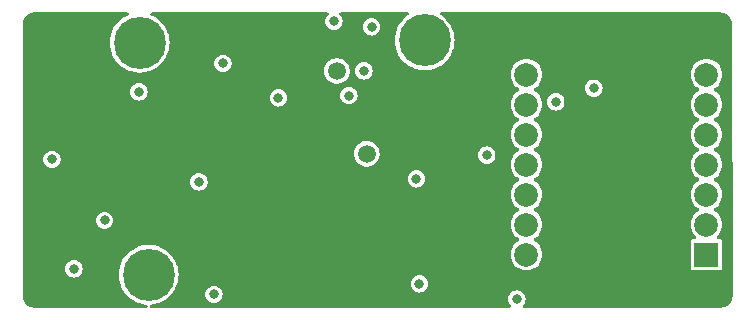
<source format=gbr>
%TF.GenerationSoftware,KiCad,Pcbnew,7.0.9*%
%TF.CreationDate,2024-04-30T03:57:03-04:00*%
%TF.ProjectId,5.2_5V,352e325f-3556-42e6-9b69-6361645f7063,rev?*%
%TF.SameCoordinates,Original*%
%TF.FileFunction,Copper,L3,Inr*%
%TF.FilePolarity,Positive*%
%FSLAX46Y46*%
G04 Gerber Fmt 4.6, Leading zero omitted, Abs format (unit mm)*
G04 Created by KiCad (PCBNEW 7.0.9) date 2024-04-30 03:57:03*
%MOMM*%
%LPD*%
G01*
G04 APERTURE LIST*
%TA.AperFunction,ComponentPad*%
%ADD10R,2.000000X2.000000*%
%TD*%
%TA.AperFunction,ComponentPad*%
%ADD11C,2.000000*%
%TD*%
%TA.AperFunction,ComponentPad*%
%ADD12C,4.400000*%
%TD*%
%TA.AperFunction,ViaPad*%
%ADD13C,0.800000*%
%TD*%
%TA.AperFunction,ViaPad*%
%ADD14C,1.500000*%
%TD*%
G04 APERTURE END LIST*
D10*
%TO.N,GND*%
%TO.C,U3*%
X183432500Y-52380000D03*
D11*
X183432500Y-49840000D03*
%TO.N,DRDY*%
X183432500Y-47300000D03*
%TO.N,CS*%
X183432500Y-44760000D03*
%TO.N,Net-(U3-PA8_A4_D4_SDA)*%
X183432500Y-42220000D03*
X183432500Y-39680000D03*
X183432500Y-37140000D03*
X168192500Y-37140000D03*
%TO.N,SCLK*%
X168192500Y-39680000D03*
%TO.N,DOUT*%
X168192500Y-42220000D03*
%TO.N,DIN*%
X168192500Y-44760000D03*
%TO.N,3V3*%
X168192500Y-47300000D03*
%TO.N,GND*%
X168192500Y-49840000D03*
%TO.N,Net-(D1-K)*%
X168192500Y-52380000D03*
%TD*%
D12*
%TO.N,N/C*%
%TO.C,H3*%
X159562800Y-34239200D03*
%TD*%
%TO.N,N/C*%
%TO.C,H2*%
X136194800Y-54102000D03*
%TD*%
%TO.N,N/C*%
%TO.C,H1*%
X135432800Y-34442400D03*
%TD*%
D13*
%TO.N,GND*%
X142494000Y-36195000D03*
%TO.N,5V*%
X128397000Y-45720000D03*
X174950000Y-53425000D03*
X147955000Y-49149000D03*
X156591000Y-50800000D03*
X136906000Y-45974000D03*
X156591000Y-51816000D03*
X156591000Y-52959000D03*
X133975000Y-49900000D03*
%TO.N,GND*%
X128016000Y-44323000D03*
X158877000Y-45974000D03*
X153150000Y-38925000D03*
X140462000Y-46228000D03*
X141732000Y-55753000D03*
X155075000Y-33100000D03*
X129875000Y-53594000D03*
X159131000Y-54864000D03*
X135382000Y-38608000D03*
X147193000Y-39116000D03*
X132470000Y-49493844D03*
X167375000Y-56150000D03*
X151892000Y-32639000D03*
X154425000Y-36825000D03*
X164829819Y-43958181D03*
D14*
%TO.N,Net-(PS2-+VIN_(VCC))*%
X154675700Y-43850700D03*
X152146000Y-36830000D03*
D13*
%TO.N,Net-(U3-PA8_A4_D4_SDA)*%
X170675000Y-39450000D03*
X173900000Y-38300000D03*
%TD*%
%TA.AperFunction,Conductor*%
%TO.N,5V*%
G36*
X134453973Y-31897185D02*
G01*
X134499728Y-31949989D01*
X134509672Y-32019147D01*
X134480647Y-32082703D01*
X134432581Y-32116792D01*
X134353243Y-32148203D01*
X134353242Y-32148204D01*
X134074210Y-32301604D01*
X134074198Y-32301611D01*
X133816618Y-32488754D01*
X133816608Y-32488762D01*
X133584499Y-32706727D01*
X133381531Y-32952073D01*
X133210923Y-33220909D01*
X133210920Y-33220915D01*
X133075351Y-33509012D01*
X133075349Y-33509017D01*
X132976955Y-33811841D01*
X132917289Y-34124620D01*
X132917288Y-34124627D01*
X132897297Y-34442394D01*
X132897297Y-34442405D01*
X132917288Y-34760172D01*
X132917289Y-34760179D01*
X132976955Y-35072958D01*
X133075349Y-35375782D01*
X133075351Y-35375787D01*
X133210920Y-35663884D01*
X133210923Y-35663890D01*
X133381531Y-35932726D01*
X133381534Y-35932730D01*
X133381535Y-35932731D01*
X133533881Y-36116886D01*
X133584499Y-36178072D01*
X133602529Y-36195003D01*
X133799517Y-36379988D01*
X133816608Y-36396037D01*
X133816618Y-36396045D01*
X134074198Y-36583188D01*
X134074203Y-36583190D01*
X134074210Y-36583196D01*
X134353235Y-36736592D01*
X134353240Y-36736594D01*
X134353242Y-36736595D01*
X134353243Y-36736596D01*
X134649282Y-36853806D01*
X134649285Y-36853807D01*
X134752088Y-36880202D01*
X134957694Y-36932992D01*
X135112380Y-36952533D01*
X135273584Y-36972899D01*
X135273590Y-36972899D01*
X135273594Y-36972900D01*
X135273596Y-36972900D01*
X135592004Y-36972900D01*
X135592006Y-36972900D01*
X135592011Y-36972899D01*
X135592015Y-36972899D01*
X135675876Y-36962304D01*
X135907906Y-36932992D01*
X136216314Y-36853807D01*
X136276444Y-36830000D01*
X136512356Y-36736596D01*
X136512357Y-36736595D01*
X136512355Y-36736595D01*
X136512365Y-36736592D01*
X136791390Y-36583196D01*
X137048990Y-36396039D01*
X137263071Y-36195003D01*
X141758878Y-36195003D01*
X141777307Y-36358574D01*
X141831676Y-36513953D01*
X141831677Y-36513955D01*
X141831678Y-36513957D01*
X141919258Y-36653341D01*
X142035659Y-36769742D01*
X142175043Y-36857322D01*
X142330420Y-36911691D01*
X142330423Y-36911691D01*
X142330425Y-36911692D01*
X142493996Y-36930122D01*
X142494000Y-36930122D01*
X142494004Y-36930122D01*
X142657574Y-36911692D01*
X142657575Y-36911691D01*
X142657580Y-36911691D01*
X142812957Y-36857322D01*
X142856440Y-36830000D01*
X151060871Y-36830000D01*
X151079346Y-37029391D01*
X151079347Y-37029393D01*
X151134145Y-37221989D01*
X151134151Y-37222004D01*
X151223401Y-37401241D01*
X151223406Y-37401249D01*
X151344081Y-37561049D01*
X151428138Y-37637676D01*
X151492064Y-37695952D01*
X151662316Y-37801368D01*
X151849040Y-37873705D01*
X152045877Y-37910500D01*
X152045879Y-37910500D01*
X152246121Y-37910500D01*
X152246123Y-37910500D01*
X152442960Y-37873705D01*
X152629684Y-37801368D01*
X152799936Y-37695952D01*
X152947920Y-37561047D01*
X153068595Y-37401247D01*
X153157853Y-37221994D01*
X153212653Y-37029392D01*
X153231129Y-36830000D01*
X153230666Y-36825003D01*
X153689878Y-36825003D01*
X153708307Y-36988574D01*
X153762676Y-37143953D01*
X153762677Y-37143955D01*
X153762678Y-37143957D01*
X153850258Y-37283341D01*
X153966659Y-37399742D01*
X154106043Y-37487322D01*
X154261420Y-37541691D01*
X154261423Y-37541691D01*
X154261425Y-37541692D01*
X154424996Y-37560122D01*
X154425000Y-37560122D01*
X154425004Y-37560122D01*
X154588574Y-37541692D01*
X154588575Y-37541691D01*
X154588580Y-37541691D01*
X154743957Y-37487322D01*
X154883341Y-37399742D01*
X154999742Y-37283341D01*
X155087322Y-37143957D01*
X155141691Y-36988580D01*
X155143458Y-36972899D01*
X155160122Y-36825003D01*
X155160122Y-36824996D01*
X155141692Y-36661425D01*
X155141691Y-36661423D01*
X155141691Y-36661420D01*
X155087322Y-36506043D01*
X154999742Y-36366659D01*
X154883341Y-36250258D01*
X154743957Y-36162678D01*
X154743956Y-36162677D01*
X154743955Y-36162677D01*
X154743953Y-36162676D01*
X154588574Y-36108307D01*
X154425004Y-36089878D01*
X154424996Y-36089878D01*
X154261425Y-36108307D01*
X154106046Y-36162676D01*
X154106044Y-36162677D01*
X153966658Y-36250258D01*
X153850258Y-36366658D01*
X153762677Y-36506044D01*
X153762676Y-36506046D01*
X153708307Y-36661425D01*
X153689878Y-36824996D01*
X153689878Y-36825003D01*
X153230666Y-36825003D01*
X153225541Y-36769700D01*
X153212653Y-36630608D01*
X153212652Y-36630606D01*
X153199162Y-36583195D01*
X153157853Y-36438006D01*
X153136955Y-36396037D01*
X153068598Y-36258758D01*
X153068593Y-36258750D01*
X152947918Y-36098950D01*
X152799937Y-35964049D01*
X152799936Y-35964048D01*
X152735101Y-35923903D01*
X152629685Y-35858632D01*
X152629683Y-35858631D01*
X152489741Y-35804418D01*
X152442960Y-35786295D01*
X152246123Y-35749500D01*
X152045877Y-35749500D01*
X151849040Y-35786295D01*
X151849037Y-35786295D01*
X151849037Y-35786296D01*
X151662316Y-35858631D01*
X151662314Y-35858632D01*
X151492062Y-35964049D01*
X151344081Y-36098950D01*
X151223406Y-36258750D01*
X151223401Y-36258758D01*
X151134151Y-36437995D01*
X151134145Y-36438010D01*
X151079347Y-36630606D01*
X151079346Y-36630608D01*
X151060871Y-36829999D01*
X151060871Y-36830000D01*
X142856440Y-36830000D01*
X142952341Y-36769742D01*
X143068742Y-36653341D01*
X143156322Y-36513957D01*
X143210691Y-36358580D01*
X143219375Y-36281508D01*
X143229122Y-36195003D01*
X143229122Y-36194996D01*
X143210692Y-36031425D01*
X143210691Y-36031423D01*
X143210691Y-36031420D01*
X143156322Y-35876043D01*
X143068742Y-35736659D01*
X142952341Y-35620258D01*
X142812957Y-35532678D01*
X142812956Y-35532677D01*
X142812955Y-35532677D01*
X142812953Y-35532676D01*
X142657574Y-35478307D01*
X142494004Y-35459878D01*
X142493996Y-35459878D01*
X142330425Y-35478307D01*
X142175046Y-35532676D01*
X142175044Y-35532677D01*
X142035658Y-35620258D01*
X141919258Y-35736658D01*
X141831677Y-35876044D01*
X141831676Y-35876046D01*
X141777307Y-36031425D01*
X141758878Y-36194996D01*
X141758878Y-36195003D01*
X137263071Y-36195003D01*
X137281102Y-36178071D01*
X137484065Y-35932731D01*
X137654678Y-35663888D01*
X137790251Y-35375781D01*
X137888646Y-35072954D01*
X137948310Y-34760183D01*
X137961094Y-34556983D01*
X137968303Y-34442405D01*
X137968303Y-34442394D01*
X137948311Y-34124627D01*
X137948310Y-34124620D01*
X137948310Y-34124617D01*
X137888646Y-33811846D01*
X137790251Y-33509019D01*
X137654678Y-33220912D01*
X137577945Y-33100000D01*
X137484068Y-32952073D01*
X137421962Y-32877000D01*
X137281102Y-32706729D01*
X137258281Y-32685299D01*
X137048991Y-32488762D01*
X137048981Y-32488754D01*
X136791401Y-32301611D01*
X136791394Y-32301606D01*
X136791390Y-32301604D01*
X136512365Y-32148208D01*
X136512362Y-32148206D01*
X136512357Y-32148204D01*
X136512356Y-32148203D01*
X136433019Y-32116792D01*
X136377933Y-32073811D01*
X136354830Y-32007872D01*
X136371043Y-31939910D01*
X136421426Y-31891502D01*
X136478666Y-31877500D01*
X151321055Y-31877500D01*
X151388094Y-31897185D01*
X151433849Y-31949989D01*
X151443793Y-32019147D01*
X151414768Y-32082703D01*
X151408736Y-32089181D01*
X151317258Y-32180658D01*
X151229677Y-32320044D01*
X151229676Y-32320046D01*
X151175307Y-32475425D01*
X151156878Y-32638996D01*
X151156878Y-32639003D01*
X151175307Y-32802574D01*
X151229676Y-32957953D01*
X151229677Y-32957955D01*
X151229678Y-32957957D01*
X151317258Y-33097341D01*
X151433659Y-33213742D01*
X151573043Y-33301322D01*
X151728420Y-33355691D01*
X151728423Y-33355691D01*
X151728425Y-33355692D01*
X151891996Y-33374122D01*
X151892000Y-33374122D01*
X151892004Y-33374122D01*
X152055574Y-33355692D01*
X152055575Y-33355691D01*
X152055580Y-33355691D01*
X152210957Y-33301322D01*
X152350341Y-33213742D01*
X152464080Y-33100003D01*
X154339878Y-33100003D01*
X154358307Y-33263574D01*
X154412676Y-33418953D01*
X154412677Y-33418955D01*
X154412678Y-33418957D01*
X154500258Y-33558341D01*
X154616659Y-33674742D01*
X154756043Y-33762322D01*
X154911420Y-33816691D01*
X154911423Y-33816691D01*
X154911425Y-33816692D01*
X155074996Y-33835122D01*
X155075000Y-33835122D01*
X155075004Y-33835122D01*
X155238574Y-33816692D01*
X155238575Y-33816691D01*
X155238580Y-33816691D01*
X155393957Y-33762322D01*
X155533341Y-33674742D01*
X155649742Y-33558341D01*
X155737322Y-33418957D01*
X155791691Y-33263580D01*
X155791692Y-33263574D01*
X155810122Y-33100003D01*
X155810122Y-33099996D01*
X155791692Y-32936425D01*
X155791691Y-32936423D01*
X155791691Y-32936420D01*
X155737322Y-32781043D01*
X155649742Y-32641659D01*
X155533341Y-32525258D01*
X155393957Y-32437678D01*
X155393956Y-32437677D01*
X155393955Y-32437677D01*
X155393953Y-32437676D01*
X155238574Y-32383307D01*
X155075004Y-32364878D01*
X155074996Y-32364878D01*
X154911425Y-32383307D01*
X154756046Y-32437676D01*
X154756044Y-32437677D01*
X154616658Y-32525258D01*
X154500258Y-32641658D01*
X154412677Y-32781044D01*
X154412676Y-32781046D01*
X154358307Y-32936425D01*
X154339878Y-33099996D01*
X154339878Y-33100003D01*
X152464080Y-33100003D01*
X152466742Y-33097341D01*
X152554322Y-32957957D01*
X152608691Y-32802580D01*
X152608692Y-32802574D01*
X152627122Y-32639003D01*
X152627122Y-32638996D01*
X152608692Y-32475425D01*
X152608691Y-32475423D01*
X152608691Y-32475420D01*
X152554322Y-32320043D01*
X152466742Y-32180659D01*
X152375264Y-32089181D01*
X152341779Y-32027858D01*
X152346763Y-31958166D01*
X152388635Y-31902233D01*
X152454099Y-31877816D01*
X152462945Y-31877500D01*
X158126625Y-31877500D01*
X158193664Y-31897185D01*
X158239419Y-31949989D01*
X158249363Y-32019147D01*
X158220338Y-32082703D01*
X158199510Y-32101818D01*
X157946618Y-32285554D01*
X157946608Y-32285562D01*
X157714499Y-32503527D01*
X157511531Y-32748873D01*
X157340923Y-33017709D01*
X157340920Y-33017715D01*
X157205351Y-33305812D01*
X157205349Y-33305817D01*
X157106955Y-33608641D01*
X157047289Y-33921420D01*
X157047288Y-33921427D01*
X157027297Y-34239194D01*
X157027297Y-34239205D01*
X157047288Y-34556972D01*
X157047289Y-34556979D01*
X157106955Y-34869758D01*
X157205349Y-35172582D01*
X157205351Y-35172587D01*
X157340920Y-35460684D01*
X157340923Y-35460690D01*
X157511531Y-35729526D01*
X157511534Y-35729530D01*
X157511535Y-35729531D01*
X157705544Y-35964048D01*
X157714499Y-35974872D01*
X157946608Y-36192837D01*
X157946618Y-36192845D01*
X158204198Y-36379988D01*
X158204203Y-36379990D01*
X158204210Y-36379996D01*
X158483235Y-36533392D01*
X158483240Y-36533394D01*
X158483242Y-36533395D01*
X158483243Y-36533396D01*
X158779282Y-36650606D01*
X158779285Y-36650607D01*
X158882088Y-36677002D01*
X159087694Y-36729792D01*
X159242380Y-36749333D01*
X159403584Y-36769699D01*
X159403590Y-36769699D01*
X159403594Y-36769700D01*
X159403596Y-36769700D01*
X159722004Y-36769700D01*
X159722006Y-36769700D01*
X159722011Y-36769699D01*
X159722015Y-36769699D01*
X159805876Y-36759104D01*
X160037906Y-36729792D01*
X160346314Y-36650607D01*
X160516575Y-36583196D01*
X160642356Y-36533396D01*
X160642357Y-36533395D01*
X160642355Y-36533395D01*
X160642365Y-36533392D01*
X160921390Y-36379996D01*
X161178990Y-36192839D01*
X161411102Y-35974871D01*
X161614065Y-35729531D01*
X161784678Y-35460688D01*
X161920251Y-35172581D01*
X162018646Y-34869754D01*
X162078310Y-34556983D01*
X162085519Y-34442400D01*
X162098303Y-34239205D01*
X162098303Y-34239194D01*
X162078311Y-33921427D01*
X162078310Y-33921420D01*
X162078310Y-33921417D01*
X162018646Y-33608646D01*
X161920251Y-33305819D01*
X161918135Y-33301323D01*
X161823398Y-33099996D01*
X161784678Y-33017712D01*
X161695697Y-32877500D01*
X161614068Y-32748873D01*
X161614065Y-32748869D01*
X161411102Y-32503529D01*
X161178990Y-32285561D01*
X161178987Y-32285559D01*
X161178981Y-32285554D01*
X160926090Y-32101818D01*
X160883424Y-32046488D01*
X160877445Y-31976875D01*
X160910051Y-31915080D01*
X160970889Y-31880723D01*
X160998975Y-31877500D01*
X184607793Y-31877500D01*
X184613195Y-31877735D01*
X184656019Y-31881482D01*
X184782271Y-31893918D01*
X184802185Y-31897541D01*
X184868849Y-31915403D01*
X184962070Y-31943682D01*
X184978471Y-31949958D01*
X184979348Y-31950367D01*
X185045911Y-31981406D01*
X185048875Y-31982888D01*
X185086469Y-32002982D01*
X185132827Y-32027762D01*
X185139167Y-32031657D01*
X185205328Y-32077983D01*
X185209100Y-32080844D01*
X185281308Y-32140103D01*
X185285809Y-32144182D01*
X185343315Y-32201688D01*
X185347395Y-32206190D01*
X185406654Y-32278398D01*
X185409515Y-32282170D01*
X185455841Y-32348331D01*
X185459736Y-32354671D01*
X185504601Y-32438605D01*
X185506114Y-32441631D01*
X185537540Y-32509027D01*
X185543819Y-32525435D01*
X185572101Y-32618669D01*
X185589954Y-32685299D01*
X185593582Y-32705238D01*
X185606023Y-32831554D01*
X185609764Y-32874302D01*
X185610000Y-32879710D01*
X185610000Y-32927916D01*
X185610089Y-32928738D01*
X185649495Y-55867355D01*
X185649259Y-55872869D01*
X185645489Y-55915952D01*
X185633109Y-56041756D01*
X185629480Y-56061706D01*
X185611460Y-56128961D01*
X185583374Y-56221542D01*
X185577098Y-56237946D01*
X185545482Y-56305752D01*
X185543969Y-56308778D01*
X185499340Y-56392277D01*
X185495445Y-56398617D01*
X185448905Y-56465089D01*
X185446044Y-56468861D01*
X185387057Y-56540744D01*
X185382968Y-56545257D01*
X185325226Y-56603002D01*
X185320716Y-56607089D01*
X185248845Y-56666079D01*
X185245075Y-56668940D01*
X185178606Y-56715491D01*
X185172264Y-56719387D01*
X185088765Y-56764025D01*
X185085742Y-56765537D01*
X185017937Y-56797162D01*
X185001529Y-56803442D01*
X184908956Y-56831534D01*
X184900731Y-56833738D01*
X184841692Y-56849563D01*
X184821757Y-56853193D01*
X184697205Y-56865474D01*
X184652608Y-56869381D01*
X184647201Y-56869618D01*
X174083361Y-56870868D01*
X167985867Y-56871590D01*
X167918826Y-56851914D01*
X167873065Y-56799116D01*
X167863113Y-56729958D01*
X167892130Y-56666399D01*
X167898159Y-56659923D01*
X167949742Y-56608341D01*
X168037322Y-56468957D01*
X168091691Y-56313580D01*
X168092573Y-56305752D01*
X168110122Y-56150003D01*
X168110122Y-56149996D01*
X168091692Y-55986425D01*
X168091691Y-55986423D01*
X168091691Y-55986420D01*
X168037322Y-55831043D01*
X167949742Y-55691659D01*
X167833341Y-55575258D01*
X167693957Y-55487678D01*
X167693956Y-55487677D01*
X167693955Y-55487677D01*
X167693953Y-55487676D01*
X167560665Y-55441037D01*
X167538580Y-55433309D01*
X167538579Y-55433308D01*
X167538574Y-55433307D01*
X167375004Y-55414878D01*
X167374996Y-55414878D01*
X167211425Y-55433307D01*
X167056046Y-55487676D01*
X167056044Y-55487677D01*
X166916658Y-55575258D01*
X166800258Y-55691658D01*
X166712677Y-55831044D01*
X166712676Y-55831046D01*
X166658307Y-55986425D01*
X166639878Y-56149996D01*
X166639878Y-56150003D01*
X166658307Y-56313574D01*
X166712676Y-56468953D01*
X166712677Y-56468955D01*
X166800258Y-56608341D01*
X166851971Y-56660054D01*
X166885456Y-56721377D01*
X166880472Y-56791069D01*
X166838600Y-56847002D01*
X166773136Y-56871419D01*
X166764305Y-56871735D01*
X136402741Y-56875331D01*
X136335699Y-56855654D01*
X136289938Y-56802856D01*
X136279986Y-56733698D01*
X136309003Y-56670139D01*
X136367777Y-56632358D01*
X136387184Y-56628309D01*
X136534752Y-56609666D01*
X136669906Y-56592592D01*
X136978314Y-56513407D01*
X137042177Y-56488122D01*
X137274356Y-56396196D01*
X137274357Y-56396195D01*
X137274355Y-56396195D01*
X137274365Y-56396192D01*
X137553390Y-56242796D01*
X137810990Y-56055639D01*
X138043102Y-55837671D01*
X138113145Y-55753003D01*
X140996878Y-55753003D01*
X141015307Y-55916574D01*
X141069676Y-56071953D01*
X141069677Y-56071955D01*
X141069678Y-56071957D01*
X141157258Y-56211341D01*
X141273659Y-56327742D01*
X141413043Y-56415322D01*
X141568420Y-56469691D01*
X141568423Y-56469691D01*
X141568425Y-56469692D01*
X141731996Y-56488122D01*
X141732000Y-56488122D01*
X141732004Y-56488122D01*
X141895574Y-56469692D01*
X141895575Y-56469691D01*
X141895580Y-56469691D01*
X142050957Y-56415322D01*
X142190341Y-56327742D01*
X142306742Y-56211341D01*
X142394322Y-56071957D01*
X142448691Y-55916580D01*
X142448762Y-55915952D01*
X142467122Y-55753003D01*
X142467122Y-55752996D01*
X142448692Y-55589425D01*
X142448691Y-55589423D01*
X142448691Y-55589420D01*
X142394322Y-55434043D01*
X142306742Y-55294659D01*
X142190341Y-55178258D01*
X142050957Y-55090678D01*
X142050956Y-55090677D01*
X142050955Y-55090677D01*
X142050953Y-55090676D01*
X141895574Y-55036307D01*
X141732004Y-55017878D01*
X141731996Y-55017878D01*
X141568425Y-55036307D01*
X141413046Y-55090676D01*
X141413044Y-55090677D01*
X141273658Y-55178258D01*
X141157258Y-55294658D01*
X141069677Y-55434044D01*
X141069676Y-55434046D01*
X141015307Y-55589425D01*
X140996878Y-55752996D01*
X140996878Y-55753003D01*
X138113145Y-55753003D01*
X138246065Y-55592331D01*
X138416678Y-55323488D01*
X138552251Y-55035381D01*
X138607935Y-54864003D01*
X158395878Y-54864003D01*
X158414307Y-55027574D01*
X158468676Y-55182953D01*
X158468677Y-55182955D01*
X158468678Y-55182957D01*
X158556258Y-55322341D01*
X158672659Y-55438742D01*
X158812043Y-55526322D01*
X158967420Y-55580691D01*
X158967423Y-55580691D01*
X158967425Y-55580692D01*
X159130996Y-55599122D01*
X159131000Y-55599122D01*
X159131004Y-55599122D01*
X159294574Y-55580692D01*
X159294575Y-55580691D01*
X159294580Y-55580691D01*
X159449957Y-55526322D01*
X159589341Y-55438742D01*
X159705742Y-55322341D01*
X159793322Y-55182957D01*
X159847691Y-55027580D01*
X159866122Y-54864000D01*
X159851312Y-54732558D01*
X159847692Y-54700425D01*
X159847691Y-54700423D01*
X159847691Y-54700420D01*
X159793322Y-54545043D01*
X159705742Y-54405659D01*
X159589341Y-54289258D01*
X159449957Y-54201678D01*
X159449956Y-54201677D01*
X159449955Y-54201677D01*
X159449953Y-54201676D01*
X159294574Y-54147307D01*
X159131004Y-54128878D01*
X159130996Y-54128878D01*
X158967425Y-54147307D01*
X158812046Y-54201676D01*
X158812044Y-54201677D01*
X158672658Y-54289258D01*
X158556258Y-54405658D01*
X158468677Y-54545044D01*
X158468676Y-54545046D01*
X158414307Y-54700425D01*
X158395878Y-54863996D01*
X158395878Y-54864003D01*
X138607935Y-54864003D01*
X138650646Y-54732554D01*
X138710310Y-54419783D01*
X138716014Y-54329122D01*
X138730303Y-54102005D01*
X138730303Y-54101994D01*
X138710311Y-53784227D01*
X138710310Y-53784220D01*
X138710310Y-53784217D01*
X138650646Y-53471446D01*
X138552251Y-53168619D01*
X138416678Y-52880512D01*
X138387263Y-52834161D01*
X138246068Y-52611673D01*
X138054413Y-52380002D01*
X166856918Y-52380002D01*
X166877208Y-52611919D01*
X166877208Y-52611923D01*
X166937460Y-52836788D01*
X166937462Y-52836792D01*
X166937463Y-52836796D01*
X166981707Y-52931677D01*
X167035851Y-53047790D01*
X167035852Y-53047792D01*
X167169381Y-53238491D01*
X167169386Y-53238497D01*
X167334002Y-53403113D01*
X167334008Y-53403118D01*
X167524707Y-53536647D01*
X167524709Y-53536648D01*
X167735704Y-53635037D01*
X167960579Y-53695292D01*
X168155182Y-53712317D01*
X168192498Y-53715582D01*
X168192500Y-53715582D01*
X168192502Y-53715582D01*
X168222561Y-53712951D01*
X168424421Y-53695292D01*
X168649296Y-53635037D01*
X168860291Y-53536648D01*
X169050996Y-53403115D01*
X169215615Y-53238496D01*
X169349148Y-53047791D01*
X169447537Y-52836796D01*
X169507792Y-52611921D01*
X169528082Y-52380000D01*
X169507792Y-52148079D01*
X169447537Y-51923204D01*
X169349148Y-51712209D01*
X169334012Y-51690593D01*
X169215618Y-51521508D01*
X169215613Y-51521502D01*
X169050997Y-51356886D01*
X169050991Y-51356881D01*
X168860292Y-51223352D01*
X168858213Y-51222383D01*
X168857451Y-51221712D01*
X168855601Y-51220644D01*
X168855815Y-51220272D01*
X168805773Y-51176211D01*
X168786620Y-51109018D01*
X168806835Y-51042136D01*
X168855802Y-50999705D01*
X168855601Y-50999356D01*
X168857414Y-50998309D01*
X168858213Y-50997617D01*
X168858230Y-50997608D01*
X168860291Y-50996648D01*
X169050996Y-50863115D01*
X169215615Y-50698496D01*
X169349148Y-50507791D01*
X169447537Y-50296796D01*
X169507792Y-50071921D01*
X169528082Y-49840002D01*
X182096918Y-49840002D01*
X182117208Y-50071919D01*
X182117208Y-50071923D01*
X182177460Y-50296788D01*
X182177462Y-50296792D01*
X182177463Y-50296796D01*
X182226657Y-50402293D01*
X182275851Y-50507790D01*
X182275852Y-50507792D01*
X182409381Y-50698491D01*
X182409386Y-50698497D01*
X182548708Y-50837819D01*
X182582193Y-50899142D01*
X182577209Y-50968834D01*
X182535337Y-51024767D01*
X182469873Y-51049184D01*
X182461027Y-51049500D01*
X182393775Y-51049500D01*
X182345640Y-51055836D01*
X182345639Y-51055837D01*
X182240008Y-51105094D01*
X182157594Y-51187508D01*
X182108337Y-51293139D01*
X182108336Y-51293140D01*
X182102000Y-51341275D01*
X182102000Y-53418724D01*
X182108336Y-53466859D01*
X182108337Y-53466860D01*
X182110476Y-53471446D01*
X182157594Y-53572491D01*
X182240009Y-53654906D01*
X182326615Y-53695291D01*
X182345639Y-53704162D01*
X182345640Y-53704163D01*
X182393775Y-53710500D01*
X182393776Y-53710500D01*
X184471225Y-53710500D01*
X184519359Y-53704163D01*
X184624991Y-53654906D01*
X184707406Y-53572491D01*
X184756663Y-53466859D01*
X184763000Y-53418724D01*
X184763000Y-51341276D01*
X184756663Y-51293141D01*
X184707406Y-51187509D01*
X184624991Y-51105094D01*
X184603424Y-51095037D01*
X184519360Y-51055837D01*
X184519359Y-51055836D01*
X184471225Y-51049500D01*
X184471224Y-51049500D01*
X184403973Y-51049500D01*
X184336934Y-51029815D01*
X184291179Y-50977011D01*
X184281235Y-50907853D01*
X184310260Y-50844297D01*
X184316292Y-50837819D01*
X184455615Y-50698496D01*
X184589148Y-50507791D01*
X184687537Y-50296796D01*
X184747792Y-50071921D01*
X184768082Y-49840000D01*
X184765702Y-49812801D01*
X184764136Y-49794907D01*
X184747792Y-49608079D01*
X184687537Y-49383204D01*
X184589148Y-49172209D01*
X184493425Y-49035503D01*
X184455618Y-48981508D01*
X184455613Y-48981502D01*
X184290997Y-48816886D01*
X184290991Y-48816881D01*
X184100292Y-48683352D01*
X184098213Y-48682383D01*
X184097451Y-48681712D01*
X184095601Y-48680644D01*
X184095815Y-48680272D01*
X184045773Y-48636211D01*
X184026620Y-48569018D01*
X184046835Y-48502136D01*
X184095802Y-48459705D01*
X184095601Y-48459356D01*
X184097414Y-48458309D01*
X184098213Y-48457617D01*
X184098230Y-48457608D01*
X184100291Y-48456648D01*
X184290996Y-48323115D01*
X184455615Y-48158496D01*
X184589148Y-47967791D01*
X184687537Y-47756796D01*
X184747792Y-47531921D01*
X184768082Y-47300000D01*
X184747792Y-47068079D01*
X184710916Y-46930458D01*
X184687539Y-46843211D01*
X184687538Y-46843210D01*
X184687537Y-46843204D01*
X184589148Y-46632209D01*
X184455615Y-46441504D01*
X184290996Y-46276885D01*
X184290994Y-46276884D01*
X184290991Y-46276881D01*
X184100292Y-46143352D01*
X184098213Y-46142383D01*
X184097451Y-46141712D01*
X184095601Y-46140644D01*
X184095815Y-46140272D01*
X184045773Y-46096211D01*
X184026620Y-46029018D01*
X184046835Y-45962136D01*
X184095802Y-45919705D01*
X184095601Y-45919356D01*
X184097414Y-45918309D01*
X184098213Y-45917617D01*
X184098230Y-45917608D01*
X184100291Y-45916648D01*
X184290996Y-45783115D01*
X184455615Y-45618496D01*
X184589148Y-45427791D01*
X184687537Y-45216796D01*
X184747792Y-44991921D01*
X184768082Y-44760000D01*
X184747792Y-44528079D01*
X184687537Y-44303204D01*
X184589148Y-44092209D01*
X184559657Y-44050092D01*
X184455618Y-43901508D01*
X184455613Y-43901502D01*
X184290997Y-43736886D01*
X184290991Y-43736881D01*
X184100292Y-43603352D01*
X184098213Y-43602383D01*
X184097451Y-43601712D01*
X184095601Y-43600644D01*
X184095815Y-43600272D01*
X184045773Y-43556211D01*
X184026620Y-43489018D01*
X184046835Y-43422136D01*
X184095802Y-43379705D01*
X184095601Y-43379356D01*
X184097414Y-43378309D01*
X184098213Y-43377617D01*
X184098230Y-43377608D01*
X184100291Y-43376648D01*
X184290996Y-43243115D01*
X184455615Y-43078496D01*
X184589148Y-42887791D01*
X184687537Y-42676796D01*
X184747792Y-42451921D01*
X184768082Y-42220000D01*
X184747792Y-41988079D01*
X184687537Y-41763204D01*
X184589148Y-41552209D01*
X184455615Y-41361504D01*
X184290996Y-41196885D01*
X184290994Y-41196884D01*
X184290991Y-41196881D01*
X184100292Y-41063352D01*
X184098213Y-41062383D01*
X184097451Y-41061712D01*
X184095601Y-41060644D01*
X184095815Y-41060272D01*
X184045773Y-41016211D01*
X184026620Y-40949018D01*
X184046835Y-40882136D01*
X184095802Y-40839705D01*
X184095601Y-40839356D01*
X184097414Y-40838309D01*
X184098213Y-40837617D01*
X184098230Y-40837608D01*
X184100291Y-40836648D01*
X184290996Y-40703115D01*
X184455615Y-40538496D01*
X184589148Y-40347791D01*
X184687537Y-40136796D01*
X184747792Y-39911921D01*
X184768082Y-39680000D01*
X184764730Y-39641691D01*
X184762271Y-39613580D01*
X184747792Y-39448079D01*
X184702641Y-39279574D01*
X184687539Y-39223211D01*
X184687538Y-39223210D01*
X184687537Y-39223204D01*
X184589148Y-39012209D01*
X184554217Y-38962323D01*
X184455618Y-38821508D01*
X184455613Y-38821502D01*
X184290997Y-38656886D01*
X184290991Y-38656881D01*
X184100292Y-38523352D01*
X184098213Y-38522383D01*
X184097451Y-38521712D01*
X184095601Y-38520644D01*
X184095815Y-38520272D01*
X184045773Y-38476211D01*
X184026620Y-38409018D01*
X184046835Y-38342136D01*
X184095802Y-38299705D01*
X184095601Y-38299356D01*
X184097414Y-38298309D01*
X184098213Y-38297617D01*
X184098230Y-38297608D01*
X184100291Y-38296648D01*
X184290996Y-38163115D01*
X184455615Y-37998496D01*
X184589148Y-37807791D01*
X184687537Y-37596796D01*
X184747792Y-37371921D01*
X184768082Y-37140000D01*
X184747792Y-36908079D01*
X184687537Y-36683204D01*
X184589148Y-36472209D01*
X184535817Y-36396045D01*
X184455618Y-36281508D01*
X184455613Y-36281502D01*
X184290997Y-36116886D01*
X184290991Y-36116881D01*
X184100292Y-35983352D01*
X184100290Y-35983351D01*
X183991724Y-35932726D01*
X183889296Y-35884963D01*
X183889292Y-35884962D01*
X183889288Y-35884960D01*
X183664421Y-35824708D01*
X183432502Y-35804418D01*
X183432498Y-35804418D01*
X183277886Y-35817944D01*
X183200579Y-35824708D01*
X183200576Y-35824708D01*
X182975711Y-35884960D01*
X182975702Y-35884964D01*
X182764709Y-35983351D01*
X182764707Y-35983352D01*
X182574008Y-36116881D01*
X182574002Y-36116886D01*
X182409386Y-36281502D01*
X182409381Y-36281508D01*
X182275852Y-36472207D01*
X182275851Y-36472209D01*
X182177464Y-36683202D01*
X182177460Y-36683211D01*
X182117208Y-36908076D01*
X182117208Y-36908080D01*
X182096918Y-37139997D01*
X182096918Y-37140002D01*
X182117208Y-37371919D01*
X182117208Y-37371923D01*
X182177460Y-37596788D01*
X182177462Y-37596792D01*
X182177463Y-37596796D01*
X182196527Y-37637678D01*
X182275851Y-37807790D01*
X182275852Y-37807792D01*
X182409381Y-37998491D01*
X182409386Y-37998497D01*
X182574002Y-38163113D01*
X182574008Y-38163118D01*
X182638545Y-38208307D01*
X182764709Y-38296648D01*
X182766202Y-38297344D01*
X182766793Y-38297620D01*
X182767556Y-38298291D01*
X182769399Y-38299356D01*
X182769185Y-38299726D01*
X182819230Y-38343795D01*
X182838379Y-38410989D01*
X182818160Y-38477869D01*
X182769198Y-38520295D01*
X182769399Y-38520644D01*
X182767593Y-38521686D01*
X182766793Y-38522380D01*
X182764708Y-38523352D01*
X182764707Y-38523352D01*
X182574008Y-38656881D01*
X182574002Y-38656886D01*
X182409386Y-38821502D01*
X182409381Y-38821508D01*
X182275852Y-39012207D01*
X182275851Y-39012209D01*
X182177464Y-39223202D01*
X182177460Y-39223211D01*
X182117208Y-39448076D01*
X182117208Y-39448080D01*
X182096918Y-39679997D01*
X182096918Y-39680002D01*
X182117208Y-39911919D01*
X182117208Y-39911923D01*
X182177460Y-40136788D01*
X182177462Y-40136792D01*
X182177463Y-40136796D01*
X182191404Y-40166692D01*
X182275851Y-40347790D01*
X182275852Y-40347792D01*
X182409381Y-40538491D01*
X182409385Y-40538496D01*
X182574004Y-40703115D01*
X182764709Y-40836648D01*
X182766202Y-40837344D01*
X182766793Y-40837620D01*
X182767556Y-40838291D01*
X182769399Y-40839356D01*
X182769185Y-40839726D01*
X182819230Y-40883795D01*
X182838379Y-40950989D01*
X182818160Y-41017869D01*
X182769198Y-41060295D01*
X182769399Y-41060644D01*
X182767593Y-41061686D01*
X182766793Y-41062380D01*
X182764708Y-41063352D01*
X182764707Y-41063352D01*
X182574008Y-41196881D01*
X182574002Y-41196886D01*
X182409386Y-41361502D01*
X182409381Y-41361508D01*
X182275852Y-41552207D01*
X182275851Y-41552209D01*
X182177464Y-41763202D01*
X182177460Y-41763211D01*
X182117208Y-41988076D01*
X182117208Y-41988080D01*
X182096918Y-42219997D01*
X182096918Y-42220002D01*
X182117208Y-42451919D01*
X182117208Y-42451923D01*
X182177460Y-42676788D01*
X182177462Y-42676792D01*
X182177463Y-42676796D01*
X182221018Y-42770200D01*
X182275851Y-42887790D01*
X182275852Y-42887792D01*
X182409381Y-43078491D01*
X182409385Y-43078496D01*
X182574004Y-43243115D01*
X182764709Y-43376648D01*
X182766202Y-43377344D01*
X182766793Y-43377620D01*
X182767556Y-43378291D01*
X182769399Y-43379356D01*
X182769185Y-43379726D01*
X182819230Y-43423795D01*
X182838379Y-43490989D01*
X182818160Y-43557869D01*
X182769198Y-43600295D01*
X182769399Y-43600644D01*
X182767593Y-43601686D01*
X182766793Y-43602380D01*
X182764708Y-43603352D01*
X182764707Y-43603352D01*
X182574008Y-43736881D01*
X182574002Y-43736886D01*
X182409386Y-43901502D01*
X182409381Y-43901508D01*
X182275852Y-44092207D01*
X182275851Y-44092209D01*
X182177464Y-44303202D01*
X182177460Y-44303211D01*
X182117208Y-44528076D01*
X182117208Y-44528080D01*
X182100711Y-44716650D01*
X182096918Y-44760000D01*
X182108676Y-44894403D01*
X182117208Y-44991919D01*
X182117208Y-44991923D01*
X182177460Y-45216788D01*
X182177462Y-45216792D01*
X182177463Y-45216796D01*
X182221707Y-45311677D01*
X182275851Y-45427790D01*
X182275852Y-45427792D01*
X182409381Y-45618491D01*
X182409386Y-45618497D01*
X182574002Y-45783113D01*
X182574008Y-45783118D01*
X182613007Y-45810425D01*
X182764709Y-45916648D01*
X182766202Y-45917344D01*
X182766793Y-45917620D01*
X182767556Y-45918291D01*
X182769399Y-45919356D01*
X182769185Y-45919726D01*
X182819230Y-45963795D01*
X182838379Y-46030989D01*
X182818160Y-46097869D01*
X182769198Y-46140295D01*
X182769399Y-46140644D01*
X182767593Y-46141686D01*
X182766793Y-46142380D01*
X182764708Y-46143352D01*
X182764707Y-46143352D01*
X182574008Y-46276881D01*
X182574002Y-46276886D01*
X182409386Y-46441502D01*
X182409381Y-46441508D01*
X182275852Y-46632207D01*
X182275851Y-46632209D01*
X182177464Y-46843202D01*
X182177460Y-46843211D01*
X182117208Y-47068076D01*
X182117208Y-47068080D01*
X182096918Y-47299997D01*
X182096918Y-47300002D01*
X182117208Y-47531919D01*
X182117208Y-47531923D01*
X182177460Y-47756788D01*
X182177462Y-47756792D01*
X182177463Y-47756796D01*
X182226657Y-47862293D01*
X182275851Y-47967790D01*
X182275852Y-47967792D01*
X182409381Y-48158491D01*
X182409385Y-48158496D01*
X182574004Y-48323115D01*
X182764709Y-48456648D01*
X182766202Y-48457344D01*
X182766793Y-48457620D01*
X182767556Y-48458291D01*
X182769399Y-48459356D01*
X182769185Y-48459726D01*
X182819230Y-48503795D01*
X182838379Y-48570989D01*
X182818160Y-48637869D01*
X182769198Y-48680295D01*
X182769399Y-48680644D01*
X182767593Y-48681686D01*
X182766793Y-48682380D01*
X182764708Y-48683352D01*
X182764707Y-48683352D01*
X182574008Y-48816881D01*
X182574002Y-48816886D01*
X182409386Y-48981502D01*
X182409381Y-48981508D01*
X182275852Y-49172207D01*
X182275851Y-49172209D01*
X182177464Y-49383202D01*
X182177460Y-49383211D01*
X182117208Y-49608076D01*
X182117208Y-49608079D01*
X182112891Y-49657424D01*
X182096918Y-49839997D01*
X182096918Y-49840002D01*
X169528082Y-49840002D01*
X169528082Y-49840000D01*
X169525702Y-49812801D01*
X169524136Y-49794907D01*
X169507792Y-49608079D01*
X169447537Y-49383204D01*
X169349148Y-49172209D01*
X169253425Y-49035503D01*
X169215618Y-48981508D01*
X169215613Y-48981502D01*
X169050997Y-48816886D01*
X169050991Y-48816881D01*
X168860292Y-48683352D01*
X168858213Y-48682383D01*
X168857451Y-48681712D01*
X168855601Y-48680644D01*
X168855815Y-48680272D01*
X168805773Y-48636211D01*
X168786620Y-48569018D01*
X168806835Y-48502136D01*
X168855802Y-48459705D01*
X168855601Y-48459356D01*
X168857414Y-48458309D01*
X168858213Y-48457617D01*
X168858230Y-48457608D01*
X168860291Y-48456648D01*
X169050996Y-48323115D01*
X169215615Y-48158496D01*
X169349148Y-47967791D01*
X169447537Y-47756796D01*
X169507792Y-47531921D01*
X169528082Y-47300000D01*
X169507792Y-47068079D01*
X169470916Y-46930458D01*
X169447539Y-46843211D01*
X169447538Y-46843210D01*
X169447537Y-46843204D01*
X169349148Y-46632209D01*
X169215615Y-46441504D01*
X169050996Y-46276885D01*
X169050994Y-46276884D01*
X169050991Y-46276881D01*
X168860292Y-46143352D01*
X168858213Y-46142383D01*
X168857451Y-46141712D01*
X168855601Y-46140644D01*
X168855815Y-46140272D01*
X168805773Y-46096211D01*
X168786620Y-46029018D01*
X168806835Y-45962136D01*
X168855802Y-45919705D01*
X168855601Y-45919356D01*
X168857414Y-45918309D01*
X168858213Y-45917617D01*
X168858230Y-45917608D01*
X168860291Y-45916648D01*
X169050996Y-45783115D01*
X169215615Y-45618496D01*
X169349148Y-45427791D01*
X169447537Y-45216796D01*
X169507792Y-44991921D01*
X169528082Y-44760000D01*
X169507792Y-44528079D01*
X169447537Y-44303204D01*
X169349148Y-44092209D01*
X169319657Y-44050092D01*
X169215618Y-43901508D01*
X169215613Y-43901502D01*
X169050997Y-43736886D01*
X169050991Y-43736881D01*
X168860292Y-43603352D01*
X168858213Y-43602383D01*
X168857451Y-43601712D01*
X168855601Y-43600644D01*
X168855815Y-43600272D01*
X168805773Y-43556211D01*
X168786620Y-43489018D01*
X168806835Y-43422136D01*
X168855802Y-43379705D01*
X168855601Y-43379356D01*
X168857414Y-43378309D01*
X168858213Y-43377617D01*
X168858230Y-43377608D01*
X168860291Y-43376648D01*
X169050996Y-43243115D01*
X169215615Y-43078496D01*
X169349148Y-42887791D01*
X169447537Y-42676796D01*
X169507792Y-42451921D01*
X169528082Y-42220000D01*
X169507792Y-41988079D01*
X169447537Y-41763204D01*
X169349148Y-41552209D01*
X169215615Y-41361504D01*
X169050996Y-41196885D01*
X169050994Y-41196884D01*
X169050991Y-41196881D01*
X168860292Y-41063352D01*
X168858213Y-41062383D01*
X168857451Y-41061712D01*
X168855601Y-41060644D01*
X168855815Y-41060272D01*
X168805773Y-41016211D01*
X168786620Y-40949018D01*
X168806835Y-40882136D01*
X168855802Y-40839705D01*
X168855601Y-40839356D01*
X168857414Y-40838309D01*
X168858213Y-40837617D01*
X168858230Y-40837608D01*
X168860291Y-40836648D01*
X169050996Y-40703115D01*
X169215615Y-40538496D01*
X169349148Y-40347791D01*
X169447537Y-40136796D01*
X169507792Y-39911921D01*
X169528082Y-39680000D01*
X169524730Y-39641691D01*
X169522271Y-39613580D01*
X169507960Y-39450003D01*
X169939878Y-39450003D01*
X169958307Y-39613574D01*
X170012676Y-39768953D01*
X170012677Y-39768955D01*
X170012678Y-39768957D01*
X170100258Y-39908341D01*
X170216659Y-40024742D01*
X170356043Y-40112322D01*
X170511420Y-40166691D01*
X170511423Y-40166691D01*
X170511425Y-40166692D01*
X170674996Y-40185122D01*
X170675000Y-40185122D01*
X170675004Y-40185122D01*
X170838574Y-40166692D01*
X170838575Y-40166691D01*
X170838580Y-40166691D01*
X170993957Y-40112322D01*
X171133341Y-40024742D01*
X171249742Y-39908341D01*
X171337322Y-39768957D01*
X171391691Y-39613580D01*
X171391692Y-39613574D01*
X171410122Y-39450003D01*
X171410122Y-39449996D01*
X171391692Y-39286425D01*
X171391691Y-39286423D01*
X171391691Y-39286420D01*
X171337322Y-39131043D01*
X171249742Y-38991659D01*
X171133341Y-38875258D01*
X170993957Y-38787678D01*
X170993956Y-38787677D01*
X170993955Y-38787677D01*
X170993953Y-38787676D01*
X170838574Y-38733307D01*
X170675004Y-38714878D01*
X170674996Y-38714878D01*
X170511425Y-38733307D01*
X170356046Y-38787676D01*
X170356044Y-38787677D01*
X170216658Y-38875258D01*
X170100258Y-38991658D01*
X170012677Y-39131044D01*
X170012676Y-39131046D01*
X169958307Y-39286425D01*
X169939878Y-39449996D01*
X169939878Y-39450003D01*
X169507960Y-39450003D01*
X169507792Y-39448079D01*
X169462641Y-39279574D01*
X169447539Y-39223211D01*
X169447538Y-39223210D01*
X169447537Y-39223204D01*
X169349148Y-39012209D01*
X169314217Y-38962323D01*
X169215618Y-38821508D01*
X169215613Y-38821502D01*
X169050997Y-38656886D01*
X169050991Y-38656881D01*
X168860292Y-38523352D01*
X168858213Y-38522383D01*
X168857451Y-38521712D01*
X168855601Y-38520644D01*
X168855815Y-38520272D01*
X168805773Y-38476211D01*
X168786620Y-38409018D01*
X168806835Y-38342136D01*
X168855458Y-38300003D01*
X173164878Y-38300003D01*
X173183307Y-38463574D01*
X173237676Y-38618953D01*
X173237677Y-38618955D01*
X173237678Y-38618957D01*
X173325258Y-38758341D01*
X173441659Y-38874742D01*
X173581043Y-38962322D01*
X173736420Y-39016691D01*
X173736423Y-39016691D01*
X173736425Y-39016692D01*
X173899996Y-39035122D01*
X173900000Y-39035122D01*
X173900004Y-39035122D01*
X174063574Y-39016692D01*
X174063575Y-39016691D01*
X174063580Y-39016691D01*
X174218957Y-38962322D01*
X174358341Y-38874742D01*
X174474742Y-38758341D01*
X174562322Y-38618957D01*
X174616691Y-38463580D01*
X174617807Y-38453676D01*
X174635122Y-38300003D01*
X174635122Y-38299996D01*
X174616692Y-38136425D01*
X174616691Y-38136423D01*
X174616691Y-38136420D01*
X174562322Y-37981043D01*
X174474742Y-37841659D01*
X174358341Y-37725258D01*
X174218957Y-37637678D01*
X174218956Y-37637677D01*
X174218955Y-37637677D01*
X174218953Y-37637676D01*
X174063574Y-37583307D01*
X173900004Y-37564878D01*
X173899996Y-37564878D01*
X173736425Y-37583307D01*
X173581046Y-37637676D01*
X173581044Y-37637677D01*
X173441658Y-37725258D01*
X173325258Y-37841658D01*
X173237677Y-37981044D01*
X173237676Y-37981046D01*
X173183307Y-38136425D01*
X173164878Y-38299996D01*
X173164878Y-38300003D01*
X168855458Y-38300003D01*
X168855802Y-38299705D01*
X168855601Y-38299356D01*
X168857414Y-38298309D01*
X168858213Y-38297617D01*
X168858230Y-38297608D01*
X168860291Y-38296648D01*
X169050996Y-38163115D01*
X169215615Y-37998496D01*
X169349148Y-37807791D01*
X169447537Y-37596796D01*
X169507792Y-37371921D01*
X169528082Y-37140000D01*
X169507792Y-36908079D01*
X169447537Y-36683204D01*
X169349148Y-36472209D01*
X169295817Y-36396045D01*
X169215618Y-36281508D01*
X169215613Y-36281502D01*
X169050997Y-36116886D01*
X169050991Y-36116881D01*
X168860292Y-35983352D01*
X168860290Y-35983351D01*
X168751724Y-35932726D01*
X168649296Y-35884963D01*
X168649292Y-35884962D01*
X168649288Y-35884960D01*
X168424421Y-35824708D01*
X168192502Y-35804418D01*
X168192498Y-35804418D01*
X168037886Y-35817944D01*
X167960579Y-35824708D01*
X167960576Y-35824708D01*
X167735711Y-35884960D01*
X167735702Y-35884964D01*
X167524709Y-35983351D01*
X167524707Y-35983352D01*
X167334008Y-36116881D01*
X167334002Y-36116886D01*
X167169386Y-36281502D01*
X167169381Y-36281508D01*
X167035852Y-36472207D01*
X167035851Y-36472209D01*
X166937464Y-36683202D01*
X166937460Y-36683211D01*
X166877208Y-36908076D01*
X166877208Y-36908080D01*
X166856918Y-37139997D01*
X166856918Y-37140002D01*
X166877208Y-37371919D01*
X166877208Y-37371923D01*
X166937460Y-37596788D01*
X166937462Y-37596792D01*
X166937463Y-37596796D01*
X166956527Y-37637678D01*
X167035851Y-37807790D01*
X167035852Y-37807792D01*
X167169381Y-37998491D01*
X167169386Y-37998497D01*
X167334002Y-38163113D01*
X167334008Y-38163118D01*
X167398545Y-38208307D01*
X167524709Y-38296648D01*
X167526202Y-38297344D01*
X167526793Y-38297620D01*
X167527556Y-38298291D01*
X167529399Y-38299356D01*
X167529185Y-38299726D01*
X167579230Y-38343795D01*
X167598379Y-38410989D01*
X167578160Y-38477869D01*
X167529198Y-38520295D01*
X167529399Y-38520644D01*
X167527593Y-38521686D01*
X167526793Y-38522380D01*
X167524708Y-38523352D01*
X167524707Y-38523352D01*
X167334008Y-38656881D01*
X167334002Y-38656886D01*
X167169386Y-38821502D01*
X167169381Y-38821508D01*
X167035852Y-39012207D01*
X167035851Y-39012209D01*
X166937464Y-39223202D01*
X166937460Y-39223211D01*
X166877208Y-39448076D01*
X166877208Y-39448080D01*
X166856918Y-39679997D01*
X166856918Y-39680002D01*
X166877208Y-39911919D01*
X166877208Y-39911923D01*
X166937460Y-40136788D01*
X166937462Y-40136792D01*
X166937463Y-40136796D01*
X166951404Y-40166692D01*
X167035851Y-40347790D01*
X167035852Y-40347792D01*
X167169381Y-40538491D01*
X167169385Y-40538496D01*
X167334004Y-40703115D01*
X167524709Y-40836648D01*
X167526202Y-40837344D01*
X167526793Y-40837620D01*
X167527556Y-40838291D01*
X167529399Y-40839356D01*
X167529185Y-40839726D01*
X167579230Y-40883795D01*
X167598379Y-40950989D01*
X167578160Y-41017869D01*
X167529198Y-41060295D01*
X167529399Y-41060644D01*
X167527593Y-41061686D01*
X167526793Y-41062380D01*
X167524708Y-41063352D01*
X167524707Y-41063352D01*
X167334008Y-41196881D01*
X167334002Y-41196886D01*
X167169386Y-41361502D01*
X167169381Y-41361508D01*
X167035852Y-41552207D01*
X167035851Y-41552209D01*
X166937464Y-41763202D01*
X166937460Y-41763211D01*
X166877208Y-41988076D01*
X166877208Y-41988080D01*
X166856918Y-42219997D01*
X166856918Y-42220002D01*
X166877208Y-42451919D01*
X166877208Y-42451923D01*
X166937460Y-42676788D01*
X166937462Y-42676792D01*
X166937463Y-42676796D01*
X166981018Y-42770200D01*
X167035851Y-42887790D01*
X167035852Y-42887792D01*
X167169381Y-43078491D01*
X167169385Y-43078496D01*
X167334004Y-43243115D01*
X167524709Y-43376648D01*
X167526202Y-43377344D01*
X167526793Y-43377620D01*
X167527556Y-43378291D01*
X167529399Y-43379356D01*
X167529185Y-43379726D01*
X167579230Y-43423795D01*
X167598379Y-43490989D01*
X167578160Y-43557869D01*
X167529198Y-43600295D01*
X167529399Y-43600644D01*
X167527593Y-43601686D01*
X167526793Y-43602380D01*
X167524708Y-43603352D01*
X167524707Y-43603352D01*
X167334008Y-43736881D01*
X167334002Y-43736886D01*
X167169386Y-43901502D01*
X167169381Y-43901508D01*
X167035852Y-44092207D01*
X167035851Y-44092209D01*
X166937464Y-44303202D01*
X166937460Y-44303211D01*
X166877208Y-44528076D01*
X166877208Y-44528080D01*
X166860711Y-44716650D01*
X166856918Y-44760000D01*
X166868676Y-44894403D01*
X166877208Y-44991919D01*
X166877208Y-44991923D01*
X166937460Y-45216788D01*
X166937462Y-45216792D01*
X166937463Y-45216796D01*
X166981707Y-45311677D01*
X167035851Y-45427790D01*
X167035852Y-45427792D01*
X167169381Y-45618491D01*
X167169386Y-45618497D01*
X167334002Y-45783113D01*
X167334008Y-45783118D01*
X167373007Y-45810425D01*
X167524709Y-45916648D01*
X167526202Y-45917344D01*
X167526793Y-45917620D01*
X167527556Y-45918291D01*
X167529399Y-45919356D01*
X167529185Y-45919726D01*
X167579230Y-45963795D01*
X167598379Y-46030989D01*
X167578160Y-46097869D01*
X167529198Y-46140295D01*
X167529399Y-46140644D01*
X167527593Y-46141686D01*
X167526793Y-46142380D01*
X167524708Y-46143352D01*
X167524707Y-46143352D01*
X167334008Y-46276881D01*
X167334002Y-46276886D01*
X167169386Y-46441502D01*
X167169381Y-46441508D01*
X167035852Y-46632207D01*
X167035851Y-46632209D01*
X166937464Y-46843202D01*
X166937460Y-46843211D01*
X166877208Y-47068076D01*
X166877208Y-47068080D01*
X166856918Y-47299997D01*
X166856918Y-47300002D01*
X166877208Y-47531919D01*
X166877208Y-47531923D01*
X166937460Y-47756788D01*
X166937462Y-47756792D01*
X166937463Y-47756796D01*
X166986657Y-47862293D01*
X167035851Y-47967790D01*
X167035852Y-47967792D01*
X167169381Y-48158491D01*
X167169385Y-48158496D01*
X167334004Y-48323115D01*
X167524709Y-48456648D01*
X167526202Y-48457344D01*
X167526793Y-48457620D01*
X167527556Y-48458291D01*
X167529399Y-48459356D01*
X167529185Y-48459726D01*
X167579230Y-48503795D01*
X167598379Y-48570989D01*
X167578160Y-48637869D01*
X167529198Y-48680295D01*
X167529399Y-48680644D01*
X167527593Y-48681686D01*
X167526793Y-48682380D01*
X167524708Y-48683352D01*
X167524707Y-48683352D01*
X167334008Y-48816881D01*
X167334002Y-48816886D01*
X167169386Y-48981502D01*
X167169381Y-48981508D01*
X167035852Y-49172207D01*
X167035851Y-49172209D01*
X166937464Y-49383202D01*
X166937460Y-49383211D01*
X166877208Y-49608076D01*
X166877208Y-49608079D01*
X166872891Y-49657424D01*
X166856918Y-49839997D01*
X166856918Y-49840002D01*
X166877208Y-50071919D01*
X166877208Y-50071923D01*
X166937460Y-50296788D01*
X166937462Y-50296792D01*
X166937463Y-50296796D01*
X166986657Y-50402293D01*
X167035851Y-50507790D01*
X167035852Y-50507792D01*
X167169381Y-50698491D01*
X167169386Y-50698497D01*
X167334002Y-50863113D01*
X167334008Y-50863118D01*
X167410129Y-50916418D01*
X167524709Y-50996648D01*
X167526202Y-50997344D01*
X167526793Y-50997620D01*
X167527556Y-50998291D01*
X167529399Y-50999356D01*
X167529185Y-50999726D01*
X167579230Y-51043795D01*
X167598379Y-51110989D01*
X167578160Y-51177869D01*
X167529198Y-51220295D01*
X167529399Y-51220644D01*
X167527593Y-51221686D01*
X167526793Y-51222380D01*
X167524708Y-51223352D01*
X167524707Y-51223352D01*
X167334008Y-51356881D01*
X167334002Y-51356886D01*
X167169386Y-51521502D01*
X167169381Y-51521508D01*
X167035852Y-51712207D01*
X167035851Y-51712209D01*
X166937464Y-51923202D01*
X166937460Y-51923211D01*
X166877208Y-52148076D01*
X166877208Y-52148080D01*
X166856918Y-52379997D01*
X166856918Y-52380002D01*
X138054413Y-52380002D01*
X138043102Y-52366329D01*
X137810990Y-52148361D01*
X137810987Y-52148359D01*
X137810981Y-52148354D01*
X137553401Y-51961211D01*
X137553394Y-51961206D01*
X137553390Y-51961204D01*
X137274365Y-51807808D01*
X137274362Y-51807806D01*
X137274357Y-51807804D01*
X137274356Y-51807803D01*
X136978317Y-51690593D01*
X136978314Y-51690592D01*
X136669903Y-51611407D01*
X136354015Y-51571500D01*
X136354006Y-51571500D01*
X136035594Y-51571500D01*
X136035584Y-51571500D01*
X135719696Y-51611407D01*
X135411285Y-51690592D01*
X135411282Y-51690593D01*
X135115243Y-51807803D01*
X135115242Y-51807804D01*
X134836210Y-51961204D01*
X134836198Y-51961211D01*
X134578618Y-52148354D01*
X134578608Y-52148362D01*
X134346499Y-52366327D01*
X134143531Y-52611673D01*
X133972923Y-52880509D01*
X133972920Y-52880515D01*
X133837351Y-53168612D01*
X133837349Y-53168617D01*
X133738955Y-53471441D01*
X133679289Y-53784220D01*
X133679288Y-53784227D01*
X133659297Y-54101994D01*
X133659297Y-54102005D01*
X133679288Y-54419772D01*
X133679289Y-54419779D01*
X133738955Y-54732558D01*
X133837349Y-55035382D01*
X133837351Y-55035387D01*
X133972920Y-55323484D01*
X133972923Y-55323490D01*
X134143531Y-55592326D01*
X134143534Y-55592330D01*
X134143535Y-55592331D01*
X134346498Y-55837671D01*
X134573202Y-56050561D01*
X134578608Y-56055637D01*
X134578618Y-56055645D01*
X134836198Y-56242788D01*
X134836203Y-56242790D01*
X134836210Y-56242796D01*
X135115235Y-56396192D01*
X135115240Y-56396194D01*
X135115242Y-56396195D01*
X135115243Y-56396196D01*
X135411282Y-56513406D01*
X135411285Y-56513407D01*
X135719697Y-56592593D01*
X136002804Y-56628358D01*
X136066848Y-56656289D01*
X136105624Y-56714412D01*
X136106821Y-56784271D01*
X136070059Y-56843688D01*
X136007010Y-56873797D01*
X135987278Y-56875380D01*
X126542211Y-56876498D01*
X126536797Y-56876262D01*
X126493994Y-56872517D01*
X126367738Y-56860082D01*
X126347799Y-56856454D01*
X126281169Y-56838601D01*
X126187935Y-56810319D01*
X126171527Y-56804040D01*
X126120595Y-56780291D01*
X126104118Y-56772607D01*
X126101105Y-56771101D01*
X126017171Y-56726236D01*
X126010831Y-56722341D01*
X125944670Y-56676015D01*
X125940898Y-56673154D01*
X125868690Y-56613895D01*
X125864188Y-56609815D01*
X125806682Y-56552309D01*
X125802603Y-56547808D01*
X125800509Y-56545257D01*
X125743344Y-56475600D01*
X125740483Y-56471828D01*
X125694157Y-56405667D01*
X125690262Y-56399327D01*
X125665482Y-56352969D01*
X125645388Y-56315375D01*
X125643906Y-56312411D01*
X125612458Y-56244971D01*
X125606182Y-56228570D01*
X125577903Y-56135349D01*
X125560041Y-56068685D01*
X125556418Y-56048771D01*
X125543982Y-55922519D01*
X125540235Y-55879695D01*
X125540000Y-55874293D01*
X125540000Y-53594003D01*
X129139878Y-53594003D01*
X129158307Y-53757574D01*
X129212676Y-53912953D01*
X129212677Y-53912955D01*
X129212678Y-53912957D01*
X129300258Y-54052341D01*
X129416659Y-54168742D01*
X129556043Y-54256322D01*
X129711420Y-54310691D01*
X129711423Y-54310691D01*
X129711425Y-54310692D01*
X129874996Y-54329122D01*
X129875000Y-54329122D01*
X129875004Y-54329122D01*
X130038574Y-54310692D01*
X130038575Y-54310691D01*
X130038580Y-54310691D01*
X130193957Y-54256322D01*
X130333341Y-54168742D01*
X130449742Y-54052341D01*
X130537322Y-53912957D01*
X130591691Y-53757580D01*
X130598709Y-53695292D01*
X130610122Y-53594003D01*
X130610122Y-53593996D01*
X130591692Y-53430425D01*
X130591691Y-53430423D01*
X130591691Y-53430420D01*
X130537322Y-53275043D01*
X130449742Y-53135659D01*
X130333341Y-53019258D01*
X130193957Y-52931678D01*
X130193956Y-52931677D01*
X130193955Y-52931677D01*
X130193953Y-52931676D01*
X130047742Y-52880515D01*
X130038580Y-52877309D01*
X130038579Y-52877308D01*
X130038574Y-52877307D01*
X129875004Y-52858878D01*
X129874996Y-52858878D01*
X129711425Y-52877307D01*
X129556046Y-52931676D01*
X129556044Y-52931677D01*
X129416658Y-53019258D01*
X129300258Y-53135658D01*
X129212677Y-53275044D01*
X129212676Y-53275046D01*
X129158307Y-53430425D01*
X129139878Y-53593996D01*
X129139878Y-53594003D01*
X125540000Y-53594003D01*
X125540000Y-49493847D01*
X131734878Y-49493847D01*
X131753307Y-49657418D01*
X131807676Y-49812797D01*
X131807677Y-49812799D01*
X131807678Y-49812801D01*
X131895258Y-49952185D01*
X132011659Y-50068586D01*
X132151043Y-50156166D01*
X132306420Y-50210535D01*
X132306423Y-50210535D01*
X132306425Y-50210536D01*
X132469996Y-50228966D01*
X132470000Y-50228966D01*
X132470004Y-50228966D01*
X132633574Y-50210536D01*
X132633575Y-50210535D01*
X132633580Y-50210535D01*
X132788957Y-50156166D01*
X132928341Y-50068586D01*
X133044742Y-49952185D01*
X133132322Y-49812801D01*
X133186691Y-49657424D01*
X133192251Y-49608079D01*
X133205122Y-49493847D01*
X133205122Y-49493840D01*
X133186692Y-49330269D01*
X133186691Y-49330267D01*
X133186691Y-49330264D01*
X133132322Y-49174887D01*
X133044742Y-49035503D01*
X132928341Y-48919102D01*
X132788957Y-48831522D01*
X132788956Y-48831521D01*
X132788955Y-48831521D01*
X132788953Y-48831520D01*
X132633574Y-48777151D01*
X132470004Y-48758722D01*
X132469996Y-48758722D01*
X132306425Y-48777151D01*
X132151046Y-48831520D01*
X132151044Y-48831521D01*
X132011658Y-48919102D01*
X131895258Y-49035502D01*
X131807677Y-49174888D01*
X131807676Y-49174890D01*
X131753307Y-49330269D01*
X131734878Y-49493840D01*
X131734878Y-49493847D01*
X125540000Y-49493847D01*
X125540000Y-46228003D01*
X139726878Y-46228003D01*
X139745307Y-46391574D01*
X139799676Y-46546953D01*
X139799677Y-46546955D01*
X139799678Y-46546957D01*
X139887258Y-46686341D01*
X140003659Y-46802742D01*
X140143043Y-46890322D01*
X140298420Y-46944691D01*
X140298423Y-46944691D01*
X140298425Y-46944692D01*
X140461996Y-46963122D01*
X140462000Y-46963122D01*
X140462004Y-46963122D01*
X140625574Y-46944692D01*
X140625575Y-46944691D01*
X140625580Y-46944691D01*
X140780957Y-46890322D01*
X140920341Y-46802742D01*
X141036742Y-46686341D01*
X141124322Y-46546957D01*
X141178691Y-46391580D01*
X141189803Y-46292957D01*
X141197122Y-46228003D01*
X141197122Y-46227996D01*
X141178692Y-46064425D01*
X141178691Y-46064423D01*
X141178691Y-46064420D01*
X141147053Y-45974003D01*
X158141878Y-45974003D01*
X158160307Y-46137574D01*
X158214676Y-46292953D01*
X158214677Y-46292955D01*
X158214678Y-46292957D01*
X158302258Y-46432341D01*
X158418659Y-46548742D01*
X158558043Y-46636322D01*
X158713420Y-46690691D01*
X158713423Y-46690691D01*
X158713425Y-46690692D01*
X158876996Y-46709122D01*
X158877000Y-46709122D01*
X158877004Y-46709122D01*
X159040574Y-46690692D01*
X159040575Y-46690691D01*
X159040580Y-46690691D01*
X159195957Y-46636322D01*
X159335341Y-46548742D01*
X159451742Y-46432341D01*
X159539322Y-46292957D01*
X159593691Y-46137580D01*
X159593692Y-46137574D01*
X159612122Y-45974003D01*
X159612122Y-45973996D01*
X159593692Y-45810425D01*
X159593691Y-45810423D01*
X159593691Y-45810420D01*
X159539322Y-45655043D01*
X159451742Y-45515659D01*
X159335341Y-45399258D01*
X159195957Y-45311678D01*
X159195956Y-45311677D01*
X159195955Y-45311677D01*
X159195953Y-45311676D01*
X159040574Y-45257307D01*
X158877004Y-45238878D01*
X158876996Y-45238878D01*
X158713425Y-45257307D01*
X158558046Y-45311676D01*
X158558044Y-45311677D01*
X158418658Y-45399258D01*
X158302258Y-45515658D01*
X158214677Y-45655044D01*
X158214676Y-45655046D01*
X158160307Y-45810425D01*
X158141878Y-45973996D01*
X158141878Y-45974003D01*
X141147053Y-45974003D01*
X141124322Y-45909043D01*
X141036742Y-45769659D01*
X140920341Y-45653258D01*
X140780957Y-45565678D01*
X140780956Y-45565677D01*
X140780955Y-45565677D01*
X140780953Y-45565676D01*
X140647665Y-45519037D01*
X140625580Y-45511309D01*
X140625579Y-45511308D01*
X140625574Y-45511307D01*
X140462004Y-45492878D01*
X140461996Y-45492878D01*
X140298425Y-45511307D01*
X140143046Y-45565676D01*
X140143044Y-45565677D01*
X140003658Y-45653258D01*
X139887258Y-45769658D01*
X139799677Y-45909044D01*
X139799676Y-45909046D01*
X139745307Y-46064425D01*
X139726878Y-46227996D01*
X139726878Y-46228003D01*
X125540000Y-46228003D01*
X125540000Y-44323003D01*
X127280878Y-44323003D01*
X127299307Y-44486574D01*
X127353676Y-44641953D01*
X127353677Y-44641955D01*
X127353678Y-44641957D01*
X127441258Y-44781341D01*
X127557659Y-44897742D01*
X127697043Y-44985322D01*
X127852420Y-45039691D01*
X127852423Y-45039691D01*
X127852425Y-45039692D01*
X128015996Y-45058122D01*
X128016000Y-45058122D01*
X128016004Y-45058122D01*
X128179574Y-45039692D01*
X128179575Y-45039691D01*
X128179580Y-45039691D01*
X128334957Y-44985322D01*
X128474341Y-44897742D01*
X128590742Y-44781341D01*
X128678322Y-44641957D01*
X128732691Y-44486580D01*
X128739973Y-44421949D01*
X128751122Y-44323003D01*
X128751122Y-44322996D01*
X128732692Y-44159425D01*
X128732691Y-44159423D01*
X128732691Y-44159420D01*
X128678322Y-44004043D01*
X128590742Y-43864659D01*
X128576783Y-43850700D01*
X153590571Y-43850700D01*
X153609046Y-44050091D01*
X153609047Y-44050093D01*
X153663845Y-44242689D01*
X153663851Y-44242704D01*
X153753101Y-44421941D01*
X153753106Y-44421949D01*
X153873781Y-44581749D01*
X153996151Y-44693303D01*
X154021764Y-44716652D01*
X154192016Y-44822068D01*
X154378740Y-44894405D01*
X154575577Y-44931200D01*
X154575579Y-44931200D01*
X154775821Y-44931200D01*
X154775823Y-44931200D01*
X154972660Y-44894405D01*
X155159384Y-44822068D01*
X155329636Y-44716652D01*
X155477620Y-44581747D01*
X155598295Y-44421947D01*
X155687553Y-44242694D01*
X155742353Y-44050092D01*
X155750869Y-43958184D01*
X164094697Y-43958184D01*
X164113126Y-44121755D01*
X164167495Y-44277134D01*
X164167496Y-44277136D01*
X164167497Y-44277138D01*
X164255077Y-44416522D01*
X164371478Y-44532923D01*
X164510862Y-44620503D01*
X164666239Y-44674872D01*
X164666242Y-44674872D01*
X164666244Y-44674873D01*
X164829815Y-44693303D01*
X164829819Y-44693303D01*
X164829823Y-44693303D01*
X164993393Y-44674873D01*
X164993394Y-44674872D01*
X164993399Y-44674872D01*
X165148776Y-44620503D01*
X165288160Y-44532923D01*
X165404561Y-44416522D01*
X165492141Y-44277138D01*
X165546510Y-44121761D01*
X165554585Y-44050092D01*
X165564941Y-43958184D01*
X165564941Y-43958177D01*
X165546511Y-43794606D01*
X165546510Y-43794604D01*
X165546510Y-43794601D01*
X165492141Y-43639224D01*
X165404561Y-43499840D01*
X165288160Y-43383439D01*
X165148776Y-43295859D01*
X165148775Y-43295858D01*
X165148774Y-43295858D01*
X165148772Y-43295857D01*
X165015484Y-43249218D01*
X164993399Y-43241490D01*
X164993398Y-43241489D01*
X164993393Y-43241488D01*
X164829823Y-43223059D01*
X164829815Y-43223059D01*
X164666244Y-43241488D01*
X164510865Y-43295857D01*
X164510863Y-43295858D01*
X164371477Y-43383439D01*
X164255077Y-43499839D01*
X164167496Y-43639225D01*
X164167495Y-43639227D01*
X164113126Y-43794606D01*
X164094697Y-43958177D01*
X164094697Y-43958184D01*
X155750869Y-43958184D01*
X155760829Y-43850700D01*
X155742353Y-43651308D01*
X155687553Y-43458706D01*
X155687548Y-43458695D01*
X155598298Y-43279458D01*
X155598293Y-43279450D01*
X155477618Y-43119650D01*
X155329637Y-42984749D01*
X155329636Y-42984748D01*
X155264801Y-42944603D01*
X155159385Y-42879332D01*
X155159383Y-42879331D01*
X155022852Y-42826439D01*
X154972660Y-42806995D01*
X154775823Y-42770200D01*
X154575577Y-42770200D01*
X154378740Y-42806995D01*
X154378737Y-42806995D01*
X154378737Y-42806996D01*
X154192016Y-42879331D01*
X154192014Y-42879332D01*
X154021762Y-42984749D01*
X153873781Y-43119650D01*
X153753106Y-43279450D01*
X153753101Y-43279458D01*
X153663851Y-43458695D01*
X153663845Y-43458710D01*
X153609047Y-43651306D01*
X153609046Y-43651308D01*
X153590571Y-43850699D01*
X153590571Y-43850700D01*
X128576783Y-43850700D01*
X128474341Y-43748258D01*
X128334957Y-43660678D01*
X128334956Y-43660677D01*
X128334955Y-43660677D01*
X128334953Y-43660676D01*
X128179574Y-43606307D01*
X128016004Y-43587878D01*
X128015996Y-43587878D01*
X127852425Y-43606307D01*
X127697046Y-43660676D01*
X127697044Y-43660677D01*
X127557658Y-43748258D01*
X127441258Y-43864658D01*
X127353677Y-44004044D01*
X127353676Y-44004046D01*
X127299307Y-44159425D01*
X127280878Y-44322996D01*
X127280878Y-44323003D01*
X125540000Y-44323003D01*
X125540000Y-38608003D01*
X134646878Y-38608003D01*
X134665307Y-38771574D01*
X134719676Y-38926953D01*
X134719677Y-38926955D01*
X134719678Y-38926957D01*
X134807258Y-39066341D01*
X134923659Y-39182742D01*
X135063043Y-39270322D01*
X135218420Y-39324691D01*
X135218423Y-39324691D01*
X135218425Y-39324692D01*
X135381996Y-39343122D01*
X135382000Y-39343122D01*
X135382004Y-39343122D01*
X135545574Y-39324692D01*
X135545575Y-39324691D01*
X135545580Y-39324691D01*
X135700957Y-39270322D01*
X135840341Y-39182742D01*
X135907080Y-39116003D01*
X146457878Y-39116003D01*
X146476307Y-39279574D01*
X146530676Y-39434953D01*
X146530677Y-39434955D01*
X146530678Y-39434957D01*
X146618258Y-39574341D01*
X146734659Y-39690742D01*
X146874043Y-39778322D01*
X147029420Y-39832691D01*
X147029423Y-39832691D01*
X147029425Y-39832692D01*
X147192996Y-39851122D01*
X147193000Y-39851122D01*
X147193004Y-39851122D01*
X147356574Y-39832692D01*
X147356575Y-39832691D01*
X147356580Y-39832691D01*
X147511957Y-39778322D01*
X147651341Y-39690742D01*
X147767742Y-39574341D01*
X147855322Y-39434957D01*
X147909691Y-39279580D01*
X147913705Y-39243955D01*
X147928122Y-39116003D01*
X147928122Y-39115996D01*
X147909692Y-38952425D01*
X147909691Y-38952423D01*
X147909691Y-38952420D01*
X147900097Y-38925003D01*
X152414878Y-38925003D01*
X152433307Y-39088574D01*
X152487676Y-39243953D01*
X152487677Y-39243955D01*
X152487678Y-39243957D01*
X152575258Y-39383341D01*
X152691659Y-39499742D01*
X152831043Y-39587322D01*
X152986420Y-39641691D01*
X152986423Y-39641691D01*
X152986425Y-39641692D01*
X153149996Y-39660122D01*
X153150000Y-39660122D01*
X153150004Y-39660122D01*
X153313574Y-39641692D01*
X153313575Y-39641691D01*
X153313580Y-39641691D01*
X153468957Y-39587322D01*
X153608341Y-39499742D01*
X153724742Y-39383341D01*
X153812322Y-39243957D01*
X153866691Y-39088580D01*
X153869197Y-39066341D01*
X153885122Y-38925003D01*
X153885122Y-38924996D01*
X153866692Y-38761425D01*
X153866691Y-38761423D01*
X153866691Y-38761420D01*
X153812322Y-38606043D01*
X153724742Y-38466659D01*
X153608341Y-38350258D01*
X153468957Y-38262678D01*
X153468956Y-38262677D01*
X153468955Y-38262677D01*
X153468953Y-38262676D01*
X153313574Y-38208307D01*
X153150004Y-38189878D01*
X153149996Y-38189878D01*
X152986425Y-38208307D01*
X152831046Y-38262676D01*
X152831044Y-38262677D01*
X152691658Y-38350258D01*
X152575258Y-38466658D01*
X152487677Y-38606044D01*
X152487676Y-38606046D01*
X152433307Y-38761425D01*
X152414878Y-38924996D01*
X152414878Y-38925003D01*
X147900097Y-38925003D01*
X147855322Y-38797043D01*
X147767742Y-38657659D01*
X147651341Y-38541258D01*
X147511957Y-38453678D01*
X147511956Y-38453677D01*
X147511955Y-38453677D01*
X147511953Y-38453676D01*
X147356574Y-38399307D01*
X147193004Y-38380878D01*
X147192996Y-38380878D01*
X147029425Y-38399307D01*
X146874046Y-38453676D01*
X146874044Y-38453677D01*
X146734658Y-38541258D01*
X146618258Y-38657658D01*
X146530677Y-38797044D01*
X146530676Y-38797046D01*
X146476307Y-38952425D01*
X146457878Y-39115996D01*
X146457878Y-39116003D01*
X135907080Y-39116003D01*
X135956742Y-39066341D01*
X136044322Y-38926957D01*
X136098691Y-38771580D01*
X136098692Y-38771574D01*
X136117122Y-38608003D01*
X136117122Y-38607996D01*
X136098692Y-38444425D01*
X136098691Y-38444423D01*
X136098691Y-38444420D01*
X136044322Y-38289043D01*
X135956742Y-38149659D01*
X135840341Y-38033258D01*
X135700957Y-37945678D01*
X135700956Y-37945677D01*
X135700955Y-37945677D01*
X135700953Y-37945676D01*
X135545574Y-37891307D01*
X135382004Y-37872878D01*
X135381996Y-37872878D01*
X135218425Y-37891307D01*
X135063046Y-37945676D01*
X135063044Y-37945677D01*
X134923658Y-38033258D01*
X134807258Y-38149658D01*
X134719677Y-38289044D01*
X134719676Y-38289046D01*
X134665307Y-38444425D01*
X134646878Y-38607996D01*
X134646878Y-38608003D01*
X125540000Y-38608003D01*
X125540000Y-32879705D01*
X125540236Y-32874299D01*
X125543976Y-32831554D01*
X125546830Y-32802574D01*
X125556418Y-32705223D01*
X125560042Y-32685309D01*
X125577902Y-32618653D01*
X125606183Y-32525424D01*
X125612453Y-32509037D01*
X125643920Y-32441558D01*
X125645372Y-32438653D01*
X125690264Y-32354666D01*
X125694157Y-32348331D01*
X125740494Y-32282155D01*
X125743327Y-32278420D01*
X125802622Y-32206168D01*
X125806662Y-32201710D01*
X125864210Y-32144162D01*
X125868668Y-32140122D01*
X125940920Y-32080827D01*
X125944655Y-32077994D01*
X126010834Y-32031654D01*
X126017166Y-32027764D01*
X126101153Y-31982872D01*
X126104058Y-31981420D01*
X126171537Y-31949953D01*
X126187924Y-31943683D01*
X126281153Y-31915402D01*
X126347809Y-31897542D01*
X126367723Y-31893918D01*
X126494042Y-31881477D01*
X126536805Y-31877735D01*
X126542206Y-31877500D01*
X134386934Y-31877500D01*
X134453973Y-31897185D01*
G37*
%TD.AperFunction*%
%TD*%
M02*

</source>
